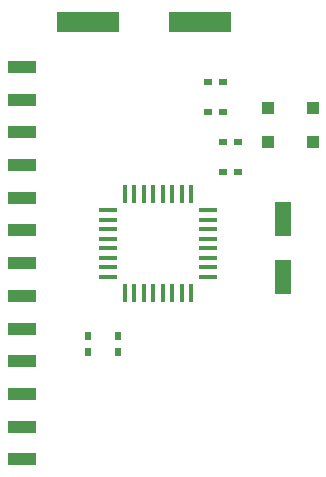
<source format=gbr>
G04 DipTrace 3.0.0.0*
G04 TopPaste.gbr*
%MOMM*%
G04 #@! TF.FileFunction,Paste,Top*
G04 #@! TF.Part,Single*
%ADD46R,5.3X1.8*%
%ADD48R,0.5X0.7*%
%ADD59R,2.34X1.07*%
%ADD64R,1.0X1.0*%
%ADD66R,0.7X0.5*%
%ADD68R,1.4X2.95*%
%ADD70R,0.3X1.5*%
%ADD72R,1.5X0.3*%
%FSLAX35Y35*%
G04*
G71*
G90*
G75*
G01*
G04 TopPaste*
%LPD*%
D72*
X2778000Y2778000D3*
Y2858000D3*
Y2938000D3*
Y3018000D3*
Y3098000D3*
Y3178000D3*
Y3258000D3*
Y3338000D3*
D70*
X2638000Y3478000D3*
X2558000D3*
X2478000D3*
X2398000D3*
X2318000D3*
X2238000D3*
X2158000D3*
X2078000D3*
D72*
X1938000Y3338000D3*
Y3258000D3*
Y3178000D3*
Y3098000D3*
Y3018000D3*
Y2938000D3*
Y2858000D3*
Y2778000D3*
D70*
X2078000Y2638000D3*
X2158000D3*
X2238000D3*
X2318000D3*
X2398000D3*
X2478000D3*
X2558000D3*
X2638000D3*
D68*
X3413000Y2778000D3*
Y3268000D3*
D66*
X2778000Y4175000D3*
X2908000D3*
X2778000Y4429000D3*
X2908000D3*
D64*
X3286000Y3921000D3*
Y4201000D3*
X3667000Y3921000D3*
Y4201000D3*
D59*
X1202840Y4552703D3*
Y4275843D3*
Y3998983D3*
Y3722123D3*
Y3445263D3*
Y3168403D3*
Y2891543D3*
Y2614683D3*
Y2337823D3*
Y2060963D3*
Y1784103D3*
Y1507243D3*
Y1230383D3*
D66*
X2905000Y3921000D3*
X3035000D3*
D48*
X2016000Y2143000D3*
Y2273000D3*
X1762000Y2143000D3*
Y2273000D3*
D66*
X2905000Y3667000D3*
X3035000D3*
D46*
X1762000Y4937000D3*
X2712000D3*
M02*

</source>
